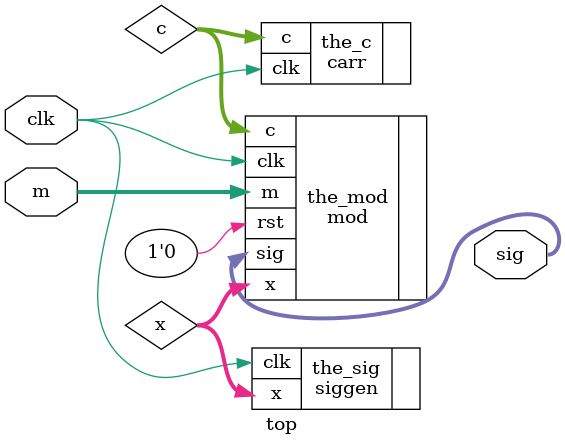
<source format=v>
module top(
	input clk,
	input [7:0] m,			// ? Q0.8
	output wire signed [10:0] sig 

);

	wire [9:0] c;
	wire [7:0] x;

carr the_c(
	.clk(clk),
	.c(c)
);

siggen the_sig(
	.clk(clk),
	.x(x)
);

mod the_mod(
	.clk(clk), .rst(1'b0),
	.c(c),	// ? Q1.9
	.x(x),	// Q1.7
	.m(m),			// ? Q0.8
	.sig(sig) // Q2.9
);
endmodule 

</source>
